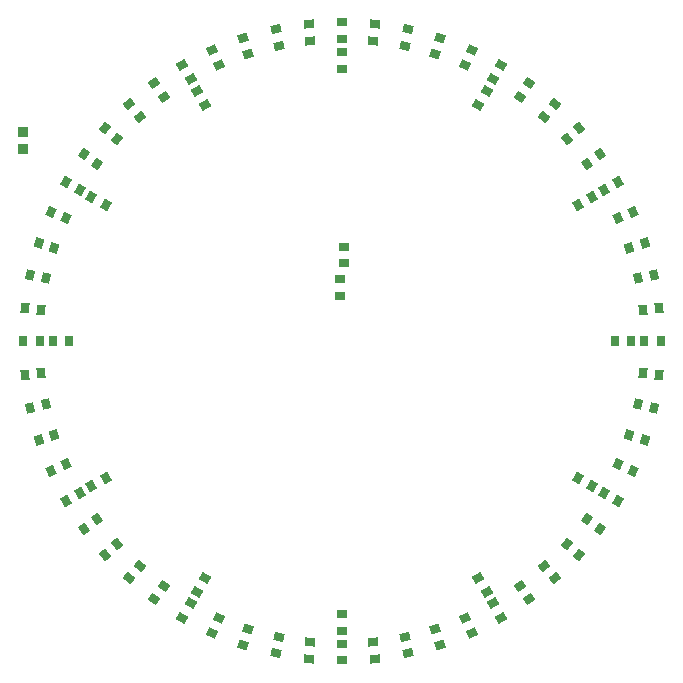
<source format=gbr>
%TF.GenerationSoftware,Altium Limited,Altium Designer,20.1.8 (145)*%
G04 Layer_Color=8421504*
%FSLAX44Y44*%
%MOMM*%
%TF.SameCoordinates,743C107F-9E53-4DF5-BF78-65164CE4EDE1*%
%TF.FilePolarity,Positive*%
%TF.FileFunction,Paste,Top*%
%TF.Part,Single*%
G01*
G75*
%TA.AperFunction,SMDPad,CuDef*%
G04:AMPARAMS|DCode=13|XSize=0.85mm|YSize=0.7mm|CornerRadius=0.0035mm|HoleSize=0mm|Usage=FLASHONLY|Rotation=0.000|XOffset=0mm|YOffset=0mm|HoleType=Round|Shape=RoundedRectangle|*
%AMROUNDEDRECTD13*
21,1,0.8500,0.6930,0,0,0.0*
21,1,0.8430,0.7000,0,0,0.0*
1,1,0.0070,0.4215,-0.3465*
1,1,0.0070,-0.4215,-0.3465*
1,1,0.0070,-0.4215,0.3465*
1,1,0.0070,0.4215,0.3465*
%
%ADD13ROUNDEDRECTD13*%
G04:AMPARAMS|DCode=14|XSize=0.85mm|YSize=0.7mm|CornerRadius=0.0035mm|HoleSize=0mm|Usage=FLASHONLY|Rotation=354.000|XOffset=0mm|YOffset=0mm|HoleType=Round|Shape=RoundedRectangle|*
%AMROUNDEDRECTD14*
21,1,0.8500,0.6930,0,0,354.0*
21,1,0.8430,0.7000,0,0,354.0*
1,1,0.0070,0.3830,-0.3887*
1,1,0.0070,-0.4554,-0.3005*
1,1,0.0070,-0.3830,0.3887*
1,1,0.0070,0.4554,0.3005*
%
%ADD14ROUNDEDRECTD14*%
G04:AMPARAMS|DCode=15|XSize=0.85mm|YSize=0.7mm|CornerRadius=0.0035mm|HoleSize=0mm|Usage=FLASHONLY|Rotation=348.000|XOffset=0mm|YOffset=0mm|HoleType=Round|Shape=RoundedRectangle|*
%AMROUNDEDRECTD15*
21,1,0.8500,0.6930,0,0,348.0*
21,1,0.8430,0.7000,0,0,348.0*
1,1,0.0070,0.3403,-0.4266*
1,1,0.0070,-0.4843,-0.2513*
1,1,0.0070,-0.3403,0.4266*
1,1,0.0070,0.4843,0.2513*
%
%ADD15ROUNDEDRECTD15*%
G04:AMPARAMS|DCode=16|XSize=0.85mm|YSize=0.7mm|CornerRadius=0.0035mm|HoleSize=0mm|Usage=FLASHONLY|Rotation=342.000|XOffset=0mm|YOffset=0mm|HoleType=Round|Shape=RoundedRectangle|*
%AMROUNDEDRECTD16*
21,1,0.8500,0.6930,0,0,342.0*
21,1,0.8430,0.7000,0,0,342.0*
1,1,0.0070,0.2938,-0.4598*
1,1,0.0070,-0.5080,-0.1993*
1,1,0.0070,-0.2938,0.4598*
1,1,0.0070,0.5080,0.1993*
%
%ADD16ROUNDEDRECTD16*%
G04:AMPARAMS|DCode=17|XSize=0.85mm|YSize=0.7mm|CornerRadius=0.0035mm|HoleSize=0mm|Usage=FLASHONLY|Rotation=336.000|XOffset=0mm|YOffset=0mm|HoleType=Round|Shape=RoundedRectangle|*
%AMROUNDEDRECTD17*
21,1,0.8500,0.6930,0,0,336.0*
21,1,0.8430,0.7000,0,0,336.0*
1,1,0.0070,0.2441,-0.4880*
1,1,0.0070,-0.5260,-0.1451*
1,1,0.0070,-0.2441,0.4880*
1,1,0.0070,0.5260,0.1451*
%
%ADD17ROUNDEDRECTD17*%
G04:AMPARAMS|DCode=18|XSize=0.85mm|YSize=0.7mm|CornerRadius=0.0035mm|HoleSize=0mm|Usage=FLASHONLY|Rotation=330.000|XOffset=0mm|YOffset=0mm|HoleType=Round|Shape=RoundedRectangle|*
%AMROUNDEDRECTD18*
21,1,0.8500,0.6930,0,0,330.0*
21,1,0.8430,0.7000,0,0,330.0*
1,1,0.0070,0.1918,-0.5108*
1,1,0.0070,-0.5383,-0.0893*
1,1,0.0070,-0.1918,0.5108*
1,1,0.0070,0.5383,0.0893*
%
%ADD18ROUNDEDRECTD18*%
G04:AMPARAMS|DCode=19|XSize=0.85mm|YSize=0.7mm|CornerRadius=0.0035mm|HoleSize=0mm|Usage=FLASHONLY|Rotation=329.996|XOffset=0mm|YOffset=0mm|HoleType=Round|Shape=RoundedRectangle|*
%AMROUNDEDRECTD19*
21,1,0.8500,0.6930,0,0,330.0*
21,1,0.8430,0.7000,0,0,330.0*
1,1,0.0070,0.1918,-0.5108*
1,1,0.0070,-0.5383,-0.0893*
1,1,0.0070,-0.1918,0.5108*
1,1,0.0070,0.5383,0.0893*
%
%ADD19ROUNDEDRECTD19*%
G04:AMPARAMS|DCode=20|XSize=0.85mm|YSize=0.7mm|CornerRadius=0.0035mm|HoleSize=0mm|Usage=FLASHONLY|Rotation=324.000|XOffset=0mm|YOffset=0mm|HoleType=Round|Shape=RoundedRectangle|*
%AMROUNDEDRECTD20*
21,1,0.8500,0.6930,0,0,324.0*
21,1,0.8430,0.7000,0,0,324.0*
1,1,0.0070,0.1373,-0.5281*
1,1,0.0070,-0.5447,-0.0326*
1,1,0.0070,-0.1373,0.5281*
1,1,0.0070,0.5447,0.0326*
%
%ADD20ROUNDEDRECTD20*%
G04:AMPARAMS|DCode=21|XSize=0.85mm|YSize=0.7mm|CornerRadius=0.0035mm|HoleSize=0mm|Usage=FLASHONLY|Rotation=318.000|XOffset=0mm|YOffset=0mm|HoleType=Round|Shape=RoundedRectangle|*
%AMROUNDEDRECTD21*
21,1,0.8500,0.6930,0,0,318.0*
21,1,0.8430,0.7000,0,0,318.0*
1,1,0.0070,0.0814,-0.5395*
1,1,0.0070,-0.5451,0.0245*
1,1,0.0070,-0.0814,0.5395*
1,1,0.0070,0.5451,-0.0245*
%
%ADD21ROUNDEDRECTD21*%
G04:AMPARAMS|DCode=22|XSize=0.85mm|YSize=0.7mm|CornerRadius=0.0035mm|HoleSize=0mm|Usage=FLASHONLY|Rotation=312.000|XOffset=0mm|YOffset=0mm|HoleType=Round|Shape=RoundedRectangle|*
%AMROUNDEDRECTD22*
21,1,0.8500,0.6930,0,0,312.0*
21,1,0.8430,0.7000,0,0,312.0*
1,1,0.0070,0.0245,-0.5451*
1,1,0.0070,-0.5395,0.0814*
1,1,0.0070,-0.0245,0.5451*
1,1,0.0070,0.5395,-0.0814*
%
%ADD22ROUNDEDRECTD22*%
G04:AMPARAMS|DCode=23|XSize=0.85mm|YSize=0.7mm|CornerRadius=0.0035mm|HoleSize=0mm|Usage=FLASHONLY|Rotation=306.000|XOffset=0mm|YOffset=0mm|HoleType=Round|Shape=RoundedRectangle|*
%AMROUNDEDRECTD23*
21,1,0.8500,0.6930,0,0,306.0*
21,1,0.8430,0.7000,0,0,306.0*
1,1,0.0070,-0.0326,-0.5447*
1,1,0.0070,-0.5281,0.1373*
1,1,0.0070,0.0326,0.5447*
1,1,0.0070,0.5281,-0.1373*
%
%ADD23ROUNDEDRECTD23*%
G04:AMPARAMS|DCode=24|XSize=0.85mm|YSize=0.7mm|CornerRadius=0.0035mm|HoleSize=0mm|Usage=FLASHONLY|Rotation=300.000|XOffset=0mm|YOffset=0mm|HoleType=Round|Shape=RoundedRectangle|*
%AMROUNDEDRECTD24*
21,1,0.8500,0.6930,0,0,300.0*
21,1,0.8430,0.7000,0,0,300.0*
1,1,0.0070,-0.0893,-0.5383*
1,1,0.0070,-0.5108,0.1918*
1,1,0.0070,0.0893,0.5383*
1,1,0.0070,0.5108,-0.1918*
%
%ADD24ROUNDEDRECTD24*%
G04:AMPARAMS|DCode=25|XSize=0.85mm|YSize=0.7mm|CornerRadius=0.0035mm|HoleSize=0mm|Usage=FLASHONLY|Rotation=294.000|XOffset=0mm|YOffset=0mm|HoleType=Round|Shape=RoundedRectangle|*
%AMROUNDEDRECTD25*
21,1,0.8500,0.6930,0,0,294.0*
21,1,0.8430,0.7000,0,0,294.0*
1,1,0.0070,-0.1451,-0.5260*
1,1,0.0070,-0.4880,0.2441*
1,1,0.0070,0.1451,0.5260*
1,1,0.0070,0.4880,-0.2441*
%
%ADD25ROUNDEDRECTD25*%
G04:AMPARAMS|DCode=26|XSize=0.85mm|YSize=0.7mm|CornerRadius=0.0035mm|HoleSize=0mm|Usage=FLASHONLY|Rotation=288.000|XOffset=0mm|YOffset=0mm|HoleType=Round|Shape=RoundedRectangle|*
%AMROUNDEDRECTD26*
21,1,0.8500,0.6930,0,0,288.0*
21,1,0.8430,0.7000,0,0,288.0*
1,1,0.0070,-0.1993,-0.5080*
1,1,0.0070,-0.4598,0.2938*
1,1,0.0070,0.1993,0.5080*
1,1,0.0070,0.4598,-0.2938*
%
%ADD26ROUNDEDRECTD26*%
G04:AMPARAMS|DCode=27|XSize=0.85mm|YSize=0.7mm|CornerRadius=0.0035mm|HoleSize=0mm|Usage=FLASHONLY|Rotation=282.000|XOffset=0mm|YOffset=0mm|HoleType=Round|Shape=RoundedRectangle|*
%AMROUNDEDRECTD27*
21,1,0.8500,0.6930,0,0,282.0*
21,1,0.8430,0.7000,0,0,282.0*
1,1,0.0070,-0.2513,-0.4843*
1,1,0.0070,-0.4266,0.3403*
1,1,0.0070,0.2513,0.4843*
1,1,0.0070,0.4266,-0.3403*
%
%ADD27ROUNDEDRECTD27*%
G04:AMPARAMS|DCode=28|XSize=0.85mm|YSize=0.7mm|CornerRadius=0.0035mm|HoleSize=0mm|Usage=FLASHONLY|Rotation=276.000|XOffset=0mm|YOffset=0mm|HoleType=Round|Shape=RoundedRectangle|*
%AMROUNDEDRECTD28*
21,1,0.8500,0.6930,0,0,276.0*
21,1,0.8430,0.7000,0,0,276.0*
1,1,0.0070,-0.3005,-0.4554*
1,1,0.0070,-0.3887,0.3830*
1,1,0.0070,0.3005,0.4554*
1,1,0.0070,0.3887,-0.3830*
%
%ADD28ROUNDEDRECTD28*%
G04:AMPARAMS|DCode=29|XSize=0.85mm|YSize=0.7mm|CornerRadius=0.0035mm|HoleSize=0mm|Usage=FLASHONLY|Rotation=270.000|XOffset=0mm|YOffset=0mm|HoleType=Round|Shape=RoundedRectangle|*
%AMROUNDEDRECTD29*
21,1,0.8500,0.6930,0,0,270.0*
21,1,0.8430,0.7000,0,0,270.0*
1,1,0.0070,-0.3465,-0.4215*
1,1,0.0070,-0.3465,0.4215*
1,1,0.0070,0.3465,0.4215*
1,1,0.0070,0.3465,-0.4215*
%
%ADD29ROUNDEDRECTD29*%
G04:AMPARAMS|DCode=30|XSize=0.85mm|YSize=0.7mm|CornerRadius=0.0035mm|HoleSize=0mm|Usage=FLASHONLY|Rotation=264.000|XOffset=0mm|YOffset=0mm|HoleType=Round|Shape=RoundedRectangle|*
%AMROUNDEDRECTD30*
21,1,0.8500,0.6930,0,0,264.0*
21,1,0.8430,0.7000,0,0,264.0*
1,1,0.0070,-0.3887,-0.3830*
1,1,0.0070,-0.3005,0.4554*
1,1,0.0070,0.3887,0.3830*
1,1,0.0070,0.3005,-0.4554*
%
%ADD30ROUNDEDRECTD30*%
G04:AMPARAMS|DCode=31|XSize=0.85mm|YSize=0.7mm|CornerRadius=0.0035mm|HoleSize=0mm|Usage=FLASHONLY|Rotation=258.000|XOffset=0mm|YOffset=0mm|HoleType=Round|Shape=RoundedRectangle|*
%AMROUNDEDRECTD31*
21,1,0.8500,0.6930,0,0,258.0*
21,1,0.8430,0.7000,0,0,258.0*
1,1,0.0070,-0.4266,-0.3403*
1,1,0.0070,-0.2513,0.4843*
1,1,0.0070,0.4266,0.3403*
1,1,0.0070,0.2513,-0.4843*
%
%ADD31ROUNDEDRECTD31*%
G04:AMPARAMS|DCode=32|XSize=0.85mm|YSize=0.7mm|CornerRadius=0.0035mm|HoleSize=0mm|Usage=FLASHONLY|Rotation=252.000|XOffset=0mm|YOffset=0mm|HoleType=Round|Shape=RoundedRectangle|*
%AMROUNDEDRECTD32*
21,1,0.8500,0.6930,0,0,252.0*
21,1,0.8430,0.7000,0,0,252.0*
1,1,0.0070,-0.4598,-0.2938*
1,1,0.0070,-0.1993,0.5080*
1,1,0.0070,0.4598,0.2938*
1,1,0.0070,0.1993,-0.5080*
%
%ADD32ROUNDEDRECTD32*%
G04:AMPARAMS|DCode=33|XSize=0.85mm|YSize=0.7mm|CornerRadius=0.0035mm|HoleSize=0mm|Usage=FLASHONLY|Rotation=245.984|XOffset=0mm|YOffset=0mm|HoleType=Round|Shape=RoundedRectangle|*
%AMROUNDEDRECTD33*
21,1,0.8500,0.6930,0,0,246.0*
21,1,0.8430,0.7000,0,0,246.0*
1,1,0.0070,-0.4880,-0.2440*
1,1,0.0070,-0.1450,0.5260*
1,1,0.0070,0.4880,0.2440*
1,1,0.0070,0.1450,-0.5260*
%
%ADD33ROUNDEDRECTD33*%
G04:AMPARAMS|DCode=34|XSize=0.85mm|YSize=0.7mm|CornerRadius=0.0035mm|HoleSize=0mm|Usage=FLASHONLY|Rotation=240.000|XOffset=0mm|YOffset=0mm|HoleType=Round|Shape=RoundedRectangle|*
%AMROUNDEDRECTD34*
21,1,0.8500,0.6930,0,0,240.0*
21,1,0.8430,0.7000,0,0,240.0*
1,1,0.0070,-0.5108,-0.1918*
1,1,0.0070,-0.0893,0.5383*
1,1,0.0070,0.5108,0.1918*
1,1,0.0070,0.0893,-0.5383*
%
%ADD34ROUNDEDRECTD34*%
G04:AMPARAMS|DCode=35|XSize=0.85mm|YSize=0.7mm|CornerRadius=0.0035mm|HoleSize=0mm|Usage=FLASHONLY|Rotation=240.000|XOffset=0mm|YOffset=0mm|HoleType=Round|Shape=RoundedRectangle|*
%AMROUNDEDRECTD35*
21,1,0.8500,0.6930,0,0,240.0*
21,1,0.8430,0.7000,0,0,240.0*
1,1,0.0070,-0.5108,-0.1918*
1,1,0.0070,-0.0893,0.5383*
1,1,0.0070,0.5108,0.1918*
1,1,0.0070,0.0893,-0.5383*
%
%ADD35ROUNDEDRECTD35*%
G04:AMPARAMS|DCode=36|XSize=0.85mm|YSize=0.7mm|CornerRadius=0.0035mm|HoleSize=0mm|Usage=FLASHONLY|Rotation=234.000|XOffset=0mm|YOffset=0mm|HoleType=Round|Shape=RoundedRectangle|*
%AMROUNDEDRECTD36*
21,1,0.8500,0.6930,0,0,234.0*
21,1,0.8430,0.7000,0,0,234.0*
1,1,0.0070,-0.5281,-0.1373*
1,1,0.0070,-0.0326,0.5447*
1,1,0.0070,0.5281,0.1373*
1,1,0.0070,0.0326,-0.5447*
%
%ADD36ROUNDEDRECTD36*%
G04:AMPARAMS|DCode=37|XSize=0.85mm|YSize=0.7mm|CornerRadius=0.0035mm|HoleSize=0mm|Usage=FLASHONLY|Rotation=228.000|XOffset=0mm|YOffset=0mm|HoleType=Round|Shape=RoundedRectangle|*
%AMROUNDEDRECTD37*
21,1,0.8500,0.6930,0,0,228.0*
21,1,0.8430,0.7000,0,0,228.0*
1,1,0.0070,-0.5395,-0.0814*
1,1,0.0070,0.0245,0.5451*
1,1,0.0070,0.5395,0.0814*
1,1,0.0070,-0.0245,-0.5451*
%
%ADD37ROUNDEDRECTD37*%
G04:AMPARAMS|DCode=38|XSize=0.85mm|YSize=0.7mm|CornerRadius=0.0035mm|HoleSize=0mm|Usage=FLASHONLY|Rotation=222.000|XOffset=0mm|YOffset=0mm|HoleType=Round|Shape=RoundedRectangle|*
%AMROUNDEDRECTD38*
21,1,0.8500,0.6930,0,0,222.0*
21,1,0.8430,0.7000,0,0,222.0*
1,1,0.0070,-0.5451,-0.0245*
1,1,0.0070,0.0814,0.5395*
1,1,0.0070,0.5451,0.0245*
1,1,0.0070,-0.0814,-0.5395*
%
%ADD38ROUNDEDRECTD38*%
G04:AMPARAMS|DCode=39|XSize=0.85mm|YSize=0.7mm|CornerRadius=0.0035mm|HoleSize=0mm|Usage=FLASHONLY|Rotation=216.000|XOffset=0mm|YOffset=0mm|HoleType=Round|Shape=RoundedRectangle|*
%AMROUNDEDRECTD39*
21,1,0.8500,0.6930,0,0,216.0*
21,1,0.8430,0.7000,0,0,216.0*
1,1,0.0070,-0.5447,0.0326*
1,1,0.0070,0.1373,0.5281*
1,1,0.0070,0.5447,-0.0326*
1,1,0.0070,-0.1373,-0.5281*
%
%ADD39ROUNDEDRECTD39*%
G04:AMPARAMS|DCode=40|XSize=0.85mm|YSize=0.7mm|CornerRadius=0.0035mm|HoleSize=0mm|Usage=FLASHONLY|Rotation=210.000|XOffset=0mm|YOffset=0mm|HoleType=Round|Shape=RoundedRectangle|*
%AMROUNDEDRECTD40*
21,1,0.8500,0.6930,0,0,210.0*
21,1,0.8430,0.7000,0,0,210.0*
1,1,0.0070,-0.5383,0.0893*
1,1,0.0070,0.1918,0.5108*
1,1,0.0070,0.5383,-0.0893*
1,1,0.0070,-0.1918,-0.5108*
%
%ADD40ROUNDEDRECTD40*%
G04:AMPARAMS|DCode=41|XSize=0.85mm|YSize=0.7mm|CornerRadius=0.0035mm|HoleSize=0mm|Usage=FLASHONLY|Rotation=204.000|XOffset=0mm|YOffset=0mm|HoleType=Round|Shape=RoundedRectangle|*
%AMROUNDEDRECTD41*
21,1,0.8500,0.6930,0,0,204.0*
21,1,0.8430,0.7000,0,0,204.0*
1,1,0.0070,-0.5260,0.1451*
1,1,0.0070,0.2441,0.4880*
1,1,0.0070,0.5260,-0.1451*
1,1,0.0070,-0.2441,-0.4880*
%
%ADD41ROUNDEDRECTD41*%
G04:AMPARAMS|DCode=42|XSize=0.85mm|YSize=0.7mm|CornerRadius=0.0035mm|HoleSize=0mm|Usage=FLASHONLY|Rotation=198.000|XOffset=0mm|YOffset=0mm|HoleType=Round|Shape=RoundedRectangle|*
%AMROUNDEDRECTD42*
21,1,0.8500,0.6930,0,0,198.0*
21,1,0.8430,0.7000,0,0,198.0*
1,1,0.0070,-0.5080,0.1993*
1,1,0.0070,0.2938,0.4598*
1,1,0.0070,0.5080,-0.1993*
1,1,0.0070,-0.2938,-0.4598*
%
%ADD42ROUNDEDRECTD42*%
G04:AMPARAMS|DCode=43|XSize=0.85mm|YSize=0.7mm|CornerRadius=0.0035mm|HoleSize=0mm|Usage=FLASHONLY|Rotation=191.972|XOffset=0mm|YOffset=0mm|HoleType=Round|Shape=RoundedRectangle|*
%AMROUNDEDRECTD43*
21,1,0.8500,0.6930,0,0,192.0*
21,1,0.8430,0.7000,0,0,192.0*
1,1,0.0070,-0.4842,0.2515*
1,1,0.0070,0.3404,0.4264*
1,1,0.0070,0.4842,-0.2515*
1,1,0.0070,-0.3404,-0.4264*
%
%ADD43ROUNDEDRECTD43*%
G04:AMPARAMS|DCode=44|XSize=0.85mm|YSize=0.7mm|CornerRadius=0.0035mm|HoleSize=0mm|Usage=FLASHONLY|Rotation=186.000|XOffset=0mm|YOffset=0mm|HoleType=Round|Shape=RoundedRectangle|*
%AMROUNDEDRECTD44*
21,1,0.8500,0.6930,0,0,186.0*
21,1,0.8430,0.7000,0,0,186.0*
1,1,0.0070,-0.4554,0.3005*
1,1,0.0070,0.3830,0.3887*
1,1,0.0070,0.4554,-0.3005*
1,1,0.0070,-0.3830,-0.3887*
%
%ADD44ROUNDEDRECTD44*%
G04:AMPARAMS|DCode=45|XSize=0.8mm|YSize=0.8mm|CornerRadius=0.004mm|HoleSize=0mm|Usage=FLASHONLY|Rotation=270.000|XOffset=0mm|YOffset=0mm|HoleType=Round|Shape=RoundedRectangle|*
%AMROUNDEDRECTD45*
21,1,0.8000,0.7920,0,0,270.0*
21,1,0.7920,0.8000,0,0,270.0*
1,1,0.0080,-0.3960,-0.3960*
1,1,0.0080,-0.3960,0.3960*
1,1,0.0080,0.3960,0.3960*
1,1,0.0080,0.3960,-0.3960*
%
%ADD45ROUNDEDRECTD45*%
D13*
X0Y270000D02*
D03*
Y256000D02*
D03*
Y231000D02*
D03*
Y245000D02*
D03*
Y-245000D02*
D03*
Y-231000D02*
D03*
Y-256000D02*
D03*
Y-270000D02*
D03*
X-1524Y52720D02*
D03*
Y38720D02*
D03*
X1524Y66040D02*
D03*
Y80040D02*
D03*
D14*
X28223Y268521D02*
D03*
X26759Y254597D02*
D03*
X-28223Y-268521D02*
D03*
X-26759Y-254598D02*
D03*
D15*
X53225Y250406D02*
D03*
X56136Y264100D02*
D03*
X-53225Y-250406D02*
D03*
X-56136Y-264100D02*
D03*
D16*
X83435Y256785D02*
D03*
X79108Y243470D02*
D03*
X-83435Y-256785D02*
D03*
X-79108Y-243470D02*
D03*
D17*
X104125Y233868D02*
D03*
X109819Y246657D02*
D03*
X-104125Y-233868D02*
D03*
X-109819Y-246657D02*
D03*
D18*
X135000Y233827D02*
D03*
X128000Y221702D02*
D03*
X-122500Y-212176D02*
D03*
X-115500Y-200052D02*
D03*
X-128000Y-221702D02*
D03*
X-135000Y-233827D02*
D03*
D19*
X115513Y200045D02*
D03*
X122513Y212169D02*
D03*
D20*
X158702Y218435D02*
D03*
X150473Y207108D02*
D03*
X-158702Y-218435D02*
D03*
X-150473Y-207108D02*
D03*
D21*
X171297Y190245D02*
D03*
X180665Y200649D02*
D03*
X-171297Y-190245D02*
D03*
X-180665Y-200649D02*
D03*
D22*
X200649Y180665D02*
D03*
X190245Y171297D02*
D03*
X-200649Y-180665D02*
D03*
X-190245Y-171297D02*
D03*
D23*
X207108Y150473D02*
D03*
X218435Y158702D02*
D03*
X-207108Y-150473D02*
D03*
X-218435Y-158702D02*
D03*
D24*
X233827Y135000D02*
D03*
X221702Y128000D02*
D03*
X200052Y115500D02*
D03*
X212176Y122500D02*
D03*
X-212176Y-122500D02*
D03*
X-200052Y-115500D02*
D03*
X-221702Y-128000D02*
D03*
X-233827Y-135000D02*
D03*
D25*
X246657Y109819D02*
D03*
X233868Y104125D02*
D03*
X-246657Y-109819D02*
D03*
X-233868Y-104125D02*
D03*
D26*
X243470Y79108D02*
D03*
X256785Y83435D02*
D03*
X-243470Y-79108D02*
D03*
X-256785Y-83435D02*
D03*
D27*
X264100Y56136D02*
D03*
X250406Y53225D02*
D03*
X-264100Y-56136D02*
D03*
X-250406Y-53225D02*
D03*
D28*
X254598Y26759D02*
D03*
X268521Y28223D02*
D03*
X-254598Y-26759D02*
D03*
X-268521Y-28223D02*
D03*
D29*
X245000Y0D02*
D03*
X231000D02*
D03*
X256000D02*
D03*
X270000D02*
D03*
X-245000D02*
D03*
X-231000D02*
D03*
X-256000D02*
D03*
X-270000D02*
D03*
D30*
X268521Y-28223D02*
D03*
X254598Y-26759D02*
D03*
X-268521Y28223D02*
D03*
X-254598Y26759D02*
D03*
D31*
X250406Y-53225D02*
D03*
X264100Y-56136D02*
D03*
X-250406Y53225D02*
D03*
X-264100Y56136D02*
D03*
D32*
X256785Y-83435D02*
D03*
X243470Y-79108D02*
D03*
X-256787Y83429D02*
D03*
X-243470Y79108D02*
D03*
D33*
X233868Y-104124D02*
D03*
X246656Y-109822D02*
D03*
X-233868Y104125D02*
D03*
X-246657Y109819D02*
D03*
D34*
X212176Y-122500D02*
D03*
X200052Y-115500D02*
D03*
X-212176Y122500D02*
D03*
X-200052Y115500D02*
D03*
X-221702Y128000D02*
D03*
X-233827Y135000D02*
D03*
D35*
X221702Y-128000D02*
D03*
X233827Y-135000D02*
D03*
D36*
X218435Y-158702D02*
D03*
X207108Y-150473D02*
D03*
X-218435Y158702D02*
D03*
X-207108Y150473D02*
D03*
D37*
X190245Y-171297D02*
D03*
X200649Y-180665D02*
D03*
X-190245Y171297D02*
D03*
X-200649Y180665D02*
D03*
D38*
X180665Y-200649D02*
D03*
X171297Y-190245D02*
D03*
X-180665Y200649D02*
D03*
X-171297Y190245D02*
D03*
D39*
X150473Y-207108D02*
D03*
X158702Y-218435D02*
D03*
X-150473Y207108D02*
D03*
X-158702Y218435D02*
D03*
D40*
X122500Y-212176D02*
D03*
X115500Y-200052D02*
D03*
X128000Y-221702D02*
D03*
X135000Y-233827D02*
D03*
X-135000Y233827D02*
D03*
X-128000Y221702D02*
D03*
X-115500Y200052D02*
D03*
X-122500Y212176D02*
D03*
D41*
X109819Y-246657D02*
D03*
X104125Y-233868D02*
D03*
X-109819Y246657D02*
D03*
X-104125Y233868D02*
D03*
D42*
X79108Y-243470D02*
D03*
X83435Y-256785D02*
D03*
X-79108Y243470D02*
D03*
X-83435Y256785D02*
D03*
D43*
X56130Y-264101D02*
D03*
X53225Y-250406D02*
D03*
X-56136Y264100D02*
D03*
X-53225Y250406D02*
D03*
D44*
X26759Y-254598D02*
D03*
X28223Y-268521D02*
D03*
X-26759Y254598D02*
D03*
X-28223Y268521D02*
D03*
D45*
X-270052Y162530D02*
D03*
Y177530D02*
D03*
%TF.MD5,0519eab596fcf65fc32855d25da5059a*%
M02*

</source>
